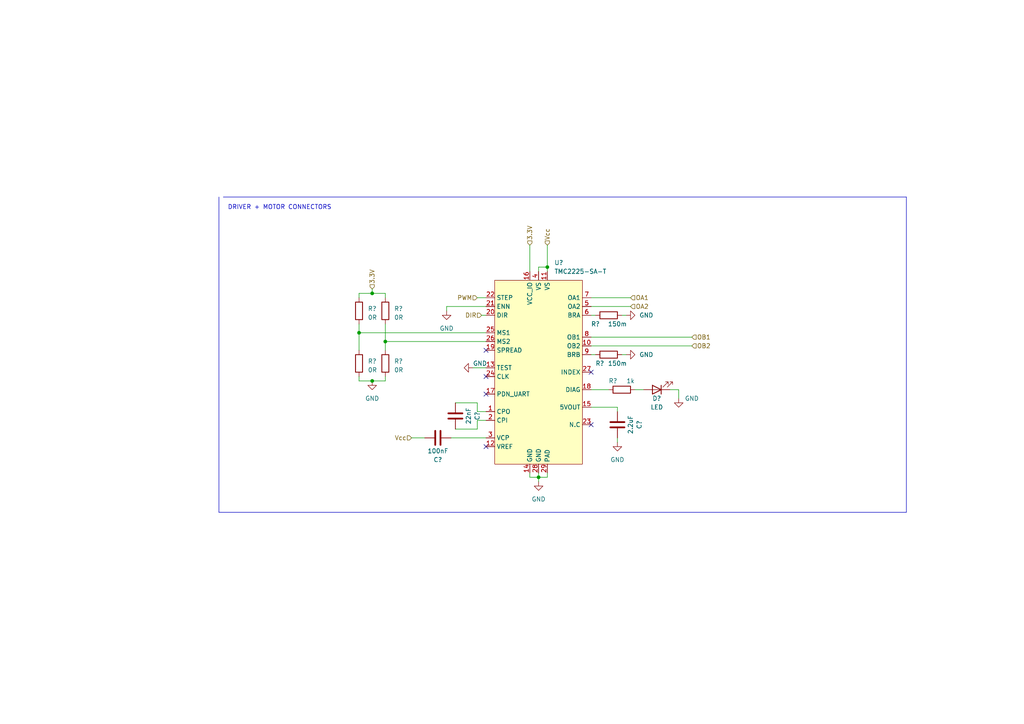
<source format=kicad_sch>
(kicad_sch
	(version 20231120)
	(generator "eeschema")
	(generator_version "8.0")
	(uuid "f94d9208-559e-4e80-a881-303802234389")
	(paper "A4")
	(lib_symbols
		(symbol "Custom_laptop:TMC2225-SA-T"
			(exclude_from_sim no)
			(in_bom yes)
			(on_board yes)
			(property "Reference" "U"
				(at -11.43 25.4 0)
				(effects
					(font
						(size 1.27 1.27)
					)
				)
			)
			(property "Value" "TMC2225-SA-T"
				(at -13.97 -31.75 0)
				(effects
					(font
						(size 1.27 1.27)
					)
				)
			)
			(property "Footprint" ""
				(at -3.81 16.51 0)
				(effects
					(font
						(size 1.27 1.27)
					)
					(hide yes)
				)
			)
			(property "Datasheet" ""
				(at -3.81 16.51 0)
				(effects
					(font
						(size 1.27 1.27)
					)
					(hide yes)
				)
			)
			(property "Description" ""
				(at 0 0 0)
				(effects
					(font
						(size 1.27 1.27)
					)
					(hide yes)
				)
			)
			(symbol "TMC2225-SA-T_0_1"
				(rectangle
					(start -12.7 24.13)
					(end 12.7 -29.21)
					(stroke
						(width 0)
						(type default)
					)
					(fill
						(type background)
					)
				)
			)
			(symbol "TMC2225-SA-T_1_1"
				(pin passive line
					(at -15.24 -13.97 0)
					(length 2.54)
					(name "CPO"
						(effects
							(font
								(size 1.27 1.27)
							)
						)
					)
					(number "1"
						(effects
							(font
								(size 1.27 1.27)
							)
						)
					)
				)
				(pin passive line
					(at 15.24 5.08 180)
					(length 2.54)
					(name "OB2"
						(effects
							(font
								(size 1.27 1.27)
							)
						)
					)
					(number "10"
						(effects
							(font
								(size 1.27 1.27)
							)
						)
					)
				)
				(pin power_in line
					(at 2.54 26.67 270)
					(length 2.54)
					(name "VS"
						(effects
							(font
								(size 1.27 1.27)
							)
						)
					)
					(number "11"
						(effects
							(font
								(size 1.27 1.27)
							)
						)
					)
				)
				(pin passive line
					(at -15.24 -24.13 0)
					(length 2.54)
					(name "VREF"
						(effects
							(font
								(size 1.27 1.27)
							)
						)
					)
					(number "12"
						(effects
							(font
								(size 1.27 1.27)
							)
						)
					)
				)
				(pin passive line
					(at -15.24 -1.27 0)
					(length 2.54)
					(name "TEST"
						(effects
							(font
								(size 1.27 1.27)
							)
						)
					)
					(number "13"
						(effects
							(font
								(size 1.27 1.27)
							)
						)
					)
				)
				(pin power_in line
					(at -2.54 -31.75 90)
					(length 2.54)
					(name "GND"
						(effects
							(font
								(size 1.27 1.27)
							)
						)
					)
					(number "14"
						(effects
							(font
								(size 1.27 1.27)
							)
						)
					)
				)
				(pin passive line
					(at 15.24 -12.7 180)
					(length 2.54)
					(name "5VOUT"
						(effects
							(font
								(size 1.27 1.27)
							)
						)
					)
					(number "15"
						(effects
							(font
								(size 1.27 1.27)
							)
						)
					)
				)
				(pin power_in line
					(at -2.54 26.67 270)
					(length 2.54)
					(name "VCC_IO"
						(effects
							(font
								(size 1.27 1.27)
							)
						)
					)
					(number "16"
						(effects
							(font
								(size 1.27 1.27)
							)
						)
					)
				)
				(pin passive line
					(at -15.24 -8.89 0)
					(length 2.54)
					(name "PDN_UART"
						(effects
							(font
								(size 1.27 1.27)
							)
						)
					)
					(number "17"
						(effects
							(font
								(size 1.27 1.27)
							)
						)
					)
				)
				(pin passive line
					(at 15.24 -7.62 180)
					(length 2.54)
					(name "DIAG"
						(effects
							(font
								(size 1.27 1.27)
							)
						)
					)
					(number "18"
						(effects
							(font
								(size 1.27 1.27)
							)
						)
					)
				)
				(pin passive line
					(at -15.24 3.81 0)
					(length 2.54)
					(name "SPREAD"
						(effects
							(font
								(size 1.27 1.27)
							)
						)
					)
					(number "19"
						(effects
							(font
								(size 1.27 1.27)
							)
						)
					)
				)
				(pin passive line
					(at -15.24 -16.51 0)
					(length 2.54)
					(name "CPI"
						(effects
							(font
								(size 1.27 1.27)
							)
						)
					)
					(number "2"
						(effects
							(font
								(size 1.27 1.27)
							)
						)
					)
				)
				(pin passive line
					(at -15.24 13.97 0)
					(length 2.54)
					(name "DIR"
						(effects
							(font
								(size 1.27 1.27)
							)
						)
					)
					(number "20"
						(effects
							(font
								(size 1.27 1.27)
							)
						)
					)
				)
				(pin passive line
					(at -15.24 16.51 0)
					(length 2.54)
					(name "ENN"
						(effects
							(font
								(size 1.27 1.27)
							)
						)
					)
					(number "21"
						(effects
							(font
								(size 1.27 1.27)
							)
						)
					)
				)
				(pin passive line
					(at -15.24 19.05 0)
					(length 2.54)
					(name "STEP"
						(effects
							(font
								(size 1.27 1.27)
							)
						)
					)
					(number "22"
						(effects
							(font
								(size 1.27 1.27)
							)
						)
					)
				)
				(pin passive line
					(at 15.24 -17.78 180)
					(length 2.54)
					(name "N.C"
						(effects
							(font
								(size 1.27 1.27)
							)
						)
					)
					(number "23"
						(effects
							(font
								(size 1.27 1.27)
							)
						)
					)
				)
				(pin passive line
					(at -15.24 -3.81 0)
					(length 2.54)
					(name "CLK"
						(effects
							(font
								(size 1.27 1.27)
							)
						)
					)
					(number "24"
						(effects
							(font
								(size 1.27 1.27)
							)
						)
					)
				)
				(pin passive line
					(at -15.24 8.89 0)
					(length 2.54)
					(name "MS1"
						(effects
							(font
								(size 1.27 1.27)
							)
						)
					)
					(number "25"
						(effects
							(font
								(size 1.27 1.27)
							)
						)
					)
				)
				(pin passive line
					(at -15.24 6.35 0)
					(length 2.54)
					(name "MS2"
						(effects
							(font
								(size 1.27 1.27)
							)
						)
					)
					(number "26"
						(effects
							(font
								(size 1.27 1.27)
							)
						)
					)
				)
				(pin passive line
					(at 15.24 -2.54 180)
					(length 2.54)
					(name "INDEX"
						(effects
							(font
								(size 1.27 1.27)
							)
						)
					)
					(number "27"
						(effects
							(font
								(size 1.27 1.27)
							)
						)
					)
				)
				(pin power_in line
					(at 0 -31.75 90)
					(length 2.54)
					(name "GND"
						(effects
							(font
								(size 1.27 1.27)
							)
						)
					)
					(number "28"
						(effects
							(font
								(size 1.27 1.27)
							)
						)
					)
				)
				(pin power_in line
					(at 2.54 -31.75 90)
					(length 2.54)
					(name "PAD"
						(effects
							(font
								(size 1.27 1.27)
							)
						)
					)
					(number "29"
						(effects
							(font
								(size 1.27 1.27)
							)
						)
					)
				)
				(pin passive line
					(at -15.24 -21.59 0)
					(length 2.54)
					(name "VCP"
						(effects
							(font
								(size 1.27 1.27)
							)
						)
					)
					(number "3"
						(effects
							(font
								(size 1.27 1.27)
							)
						)
					)
				)
				(pin power_in line
					(at 0 26.67 270)
					(length 2.54)
					(name "VS"
						(effects
							(font
								(size 1.27 1.27)
							)
						)
					)
					(number "4"
						(effects
							(font
								(size 1.27 1.27)
							)
						)
					)
				)
				(pin passive line
					(at 15.24 16.51 180)
					(length 2.54)
					(name "OA2"
						(effects
							(font
								(size 1.27 1.27)
							)
						)
					)
					(number "5"
						(effects
							(font
								(size 1.27 1.27)
							)
						)
					)
				)
				(pin passive line
					(at 15.24 13.97 180)
					(length 2.54)
					(name "BRA"
						(effects
							(font
								(size 1.27 1.27)
							)
						)
					)
					(number "6"
						(effects
							(font
								(size 1.27 1.27)
							)
						)
					)
				)
				(pin passive line
					(at 15.24 19.05 180)
					(length 2.54)
					(name "OA1"
						(effects
							(font
								(size 1.27 1.27)
							)
						)
					)
					(number "7"
						(effects
							(font
								(size 1.27 1.27)
							)
						)
					)
				)
				(pin passive line
					(at 15.24 7.62 180)
					(length 2.54)
					(name "OB1"
						(effects
							(font
								(size 1.27 1.27)
							)
						)
					)
					(number "8"
						(effects
							(font
								(size 1.27 1.27)
							)
						)
					)
				)
				(pin passive line
					(at 15.24 2.54 180)
					(length 2.54)
					(name "BRB"
						(effects
							(font
								(size 1.27 1.27)
							)
						)
					)
					(number "9"
						(effects
							(font
								(size 1.27 1.27)
							)
						)
					)
				)
			)
		)
		(symbol "Device:C"
			(pin_numbers hide)
			(pin_names
				(offset 0.254)
			)
			(exclude_from_sim no)
			(in_bom yes)
			(on_board yes)
			(property "Reference" "C"
				(at 0.635 2.54 0)
				(effects
					(font
						(size 1.27 1.27)
					)
					(justify left)
				)
			)
			(property "Value" "C"
				(at 0.635 -2.54 0)
				(effects
					(font
						(size 1.27 1.27)
					)
					(justify left)
				)
			)
			(property "Footprint" ""
				(at 0.9652 -3.81 0)
				(effects
					(font
						(size 1.27 1.27)
					)
					(hide yes)
				)
			)
			(property "Datasheet" "~"
				(at 0 0 0)
				(effects
					(font
						(size 1.27 1.27)
					)
					(hide yes)
				)
			)
			(property "Description" "Unpolarized capacitor"
				(at 0 0 0)
				(effects
					(font
						(size 1.27 1.27)
					)
					(hide yes)
				)
			)
			(property "ki_keywords" "cap capacitor"
				(at 0 0 0)
				(effects
					(font
						(size 1.27 1.27)
					)
					(hide yes)
				)
			)
			(property "ki_fp_filters" "C_*"
				(at 0 0 0)
				(effects
					(font
						(size 1.27 1.27)
					)
					(hide yes)
				)
			)
			(symbol "C_0_1"
				(polyline
					(pts
						(xy -2.032 -0.762) (xy 2.032 -0.762)
					)
					(stroke
						(width 0.508)
						(type default)
					)
					(fill
						(type none)
					)
				)
				(polyline
					(pts
						(xy -2.032 0.762) (xy 2.032 0.762)
					)
					(stroke
						(width 0.508)
						(type default)
					)
					(fill
						(type none)
					)
				)
			)
			(symbol "C_1_1"
				(pin passive line
					(at 0 3.81 270)
					(length 2.794)
					(name "~"
						(effects
							(font
								(size 1.27 1.27)
							)
						)
					)
					(number "1"
						(effects
							(font
								(size 1.27 1.27)
							)
						)
					)
				)
				(pin passive line
					(at 0 -3.81 90)
					(length 2.794)
					(name "~"
						(effects
							(font
								(size 1.27 1.27)
							)
						)
					)
					(number "2"
						(effects
							(font
								(size 1.27 1.27)
							)
						)
					)
				)
			)
		)
		(symbol "Device:LED"
			(pin_numbers hide)
			(pin_names
				(offset 1.016) hide)
			(exclude_from_sim no)
			(in_bom yes)
			(on_board yes)
			(property "Reference" "D"
				(at 0 2.54 0)
				(effects
					(font
						(size 1.27 1.27)
					)
				)
			)
			(property "Value" "LED"
				(at 0 -2.54 0)
				(effects
					(font
						(size 1.27 1.27)
					)
				)
			)
			(property "Footprint" ""
				(at 0 0 0)
				(effects
					(font
						(size 1.27 1.27)
					)
					(hide yes)
				)
			)
			(property "Datasheet" "~"
				(at 0 0 0)
				(effects
					(font
						(size 1.27 1.27)
					)
					(hide yes)
				)
			)
			(property "Description" "Light emitting diode"
				(at 0 0 0)
				(effects
					(font
						(size 1.27 1.27)
					)
					(hide yes)
				)
			)
			(property "ki_keywords" "LED diode"
				(at 0 0 0)
				(effects
					(font
						(size 1.27 1.27)
					)
					(hide yes)
				)
			)
			(property "ki_fp_filters" "LED* LED_SMD:* LED_THT:*"
				(at 0 0 0)
				(effects
					(font
						(size 1.27 1.27)
					)
					(hide yes)
				)
			)
			(symbol "LED_0_1"
				(polyline
					(pts
						(xy -1.27 -1.27) (xy -1.27 1.27)
					)
					(stroke
						(width 0.254)
						(type default)
					)
					(fill
						(type none)
					)
				)
				(polyline
					(pts
						(xy -1.27 0) (xy 1.27 0)
					)
					(stroke
						(width 0)
						(type default)
					)
					(fill
						(type none)
					)
				)
				(polyline
					(pts
						(xy 1.27 -1.27) (xy 1.27 1.27) (xy -1.27 0) (xy 1.27 -1.27)
					)
					(stroke
						(width 0.254)
						(type default)
					)
					(fill
						(type none)
					)
				)
				(polyline
					(pts
						(xy -3.048 -0.762) (xy -4.572 -2.286) (xy -3.81 -2.286) (xy -4.572 -2.286) (xy -4.572 -1.524)
					)
					(stroke
						(width 0)
						(type default)
					)
					(fill
						(type none)
					)
				)
				(polyline
					(pts
						(xy -1.778 -0.762) (xy -3.302 -2.286) (xy -2.54 -2.286) (xy -3.302 -2.286) (xy -3.302 -1.524)
					)
					(stroke
						(width 0)
						(type default)
					)
					(fill
						(type none)
					)
				)
			)
			(symbol "LED_1_1"
				(pin passive line
					(at -3.81 0 0)
					(length 2.54)
					(name "K"
						(effects
							(font
								(size 1.27 1.27)
							)
						)
					)
					(number "1"
						(effects
							(font
								(size 1.27 1.27)
							)
						)
					)
				)
				(pin passive line
					(at 3.81 0 180)
					(length 2.54)
					(name "A"
						(effects
							(font
								(size 1.27 1.27)
							)
						)
					)
					(number "2"
						(effects
							(font
								(size 1.27 1.27)
							)
						)
					)
				)
			)
		)
		(symbol "Device:R"
			(pin_numbers hide)
			(pin_names
				(offset 0)
			)
			(exclude_from_sim no)
			(in_bom yes)
			(on_board yes)
			(property "Reference" "R"
				(at 2.032 0 90)
				(effects
					(font
						(size 1.27 1.27)
					)
				)
			)
			(property "Value" "R"
				(at 0 0 90)
				(effects
					(font
						(size 1.27 1.27)
					)
				)
			)
			(property "Footprint" ""
				(at -1.778 0 90)
				(effects
					(font
						(size 1.27 1.27)
					)
					(hide yes)
				)
			)
			(property "Datasheet" "~"
				(at 0 0 0)
				(effects
					(font
						(size 1.27 1.27)
					)
					(hide yes)
				)
			)
			(property "Description" "Resistor"
				(at 0 0 0)
				(effects
					(font
						(size 1.27 1.27)
					)
					(hide yes)
				)
			)
			(property "ki_keywords" "R res resistor"
				(at 0 0 0)
				(effects
					(font
						(size 1.27 1.27)
					)
					(hide yes)
				)
			)
			(property "ki_fp_filters" "R_*"
				(at 0 0 0)
				(effects
					(font
						(size 1.27 1.27)
					)
					(hide yes)
				)
			)
			(symbol "R_0_1"
				(rectangle
					(start -1.016 -2.54)
					(end 1.016 2.54)
					(stroke
						(width 0.254)
						(type default)
					)
					(fill
						(type none)
					)
				)
			)
			(symbol "R_1_1"
				(pin passive line
					(at 0 3.81 270)
					(length 1.27)
					(name "~"
						(effects
							(font
								(size 1.27 1.27)
							)
						)
					)
					(number "1"
						(effects
							(font
								(size 1.27 1.27)
							)
						)
					)
				)
				(pin passive line
					(at 0 -3.81 90)
					(length 1.27)
					(name "~"
						(effects
							(font
								(size 1.27 1.27)
							)
						)
					)
					(number "2"
						(effects
							(font
								(size 1.27 1.27)
							)
						)
					)
				)
			)
		)
		(symbol "power:GND"
			(power)
			(pin_names
				(offset 0)
			)
			(exclude_from_sim no)
			(in_bom yes)
			(on_board yes)
			(property "Reference" "#PWR"
				(at 0 -6.35 0)
				(effects
					(font
						(size 1.27 1.27)
					)
					(hide yes)
				)
			)
			(property "Value" "GND"
				(at 0 -3.81 0)
				(effects
					(font
						(size 1.27 1.27)
					)
				)
			)
			(property "Footprint" ""
				(at 0 0 0)
				(effects
					(font
						(size 1.27 1.27)
					)
					(hide yes)
				)
			)
			(property "Datasheet" ""
				(at 0 0 0)
				(effects
					(font
						(size 1.27 1.27)
					)
					(hide yes)
				)
			)
			(property "Description" "Power symbol creates a global label with name \"GND\" , ground"
				(at 0 0 0)
				(effects
					(font
						(size 1.27 1.27)
					)
					(hide yes)
				)
			)
			(property "ki_keywords" "global power"
				(at 0 0 0)
				(effects
					(font
						(size 1.27 1.27)
					)
					(hide yes)
				)
			)
			(symbol "GND_0_1"
				(polyline
					(pts
						(xy 0 0) (xy 0 -1.27) (xy 1.27 -1.27) (xy 0 -2.54) (xy -1.27 -1.27) (xy 0 -1.27)
					)
					(stroke
						(width 0)
						(type default)
					)
					(fill
						(type none)
					)
				)
			)
			(symbol "GND_1_1"
				(pin power_in line
					(at 0 0 270)
					(length 0) hide
					(name "GND"
						(effects
							(font
								(size 1.27 1.27)
							)
						)
					)
					(number "1"
						(effects
							(font
								(size 1.27 1.27)
							)
						)
					)
				)
			)
		)
	)
	(junction
		(at 111.76 99.06)
		(diameter 0)
		(color 0 0 0 0)
		(uuid "2c2163f7-161d-412c-8359-143169cb0182")
	)
	(junction
		(at 158.75 77.47)
		(diameter 0)
		(color 0 0 0 0)
		(uuid "7bccfb04-950d-4a0a-80dc-72474d195e97")
	)
	(junction
		(at 156.21 138.43)
		(diameter 0)
		(color 0 0 0 0)
		(uuid "7ec19647-aade-46a5-a001-956b4740d744")
	)
	(junction
		(at 104.14 96.52)
		(diameter 0)
		(color 0 0 0 0)
		(uuid "98dad0bb-333a-4333-a992-5680c661093e")
	)
	(junction
		(at 107.95 85.09)
		(diameter 0)
		(color 0 0 0 0)
		(uuid "bcc93f01-d661-4a5b-87a5-3c57dfdf0cfb")
	)
	(junction
		(at 107.95 110.49)
		(diameter 0)
		(color 0 0 0 0)
		(uuid "d6aa65a0-c8c8-4608-b6b2-ff44a27510bf")
	)
	(no_connect
		(at 171.45 107.95)
		(uuid "20bf91f6-52ba-4438-b701-7c975decc2cd")
	)
	(no_connect
		(at 140.97 109.22)
		(uuid "244a558f-18f3-43a6-90e9-cfc9eed87a48")
	)
	(no_connect
		(at 140.97 114.3)
		(uuid "979a6a20-4cae-4576-b9d8-48b6975e0702")
	)
	(no_connect
		(at 171.45 123.19)
		(uuid "beac491c-e098-47d5-af28-2ade83ead9f0")
	)
	(no_connect
		(at 140.97 101.6)
		(uuid "f243a732-cf2d-40d5-bb04-c434564940e2")
	)
	(no_connect
		(at 140.97 129.54)
		(uuid "f24f3613-bf4d-4a56-9696-842339069334")
	)
	(wire
		(pts
			(xy 104.14 86.36) (xy 104.14 85.09)
		)
		(stroke
			(width 0)
			(type default)
		)
		(uuid "0076f05a-ad2e-4430-9f65-7e0adba14f3c")
	)
	(wire
		(pts
			(xy 171.45 100.33) (xy 200.66 100.33)
		)
		(stroke
			(width 0)
			(type default)
		)
		(uuid "0405f42d-1f32-4af4-8e4f-930e8e39a8d0")
	)
	(wire
		(pts
			(xy 139.7 91.44) (xy 140.97 91.44)
		)
		(stroke
			(width 0)
			(type default)
		)
		(uuid "048be32f-0fe4-45e9-b013-861e451d9abd")
	)
	(wire
		(pts
			(xy 138.43 119.38) (xy 140.97 119.38)
		)
		(stroke
			(width 0)
			(type default)
		)
		(uuid "092e83c1-1b6b-4d5f-9ac1-4de0df43c150")
	)
	(wire
		(pts
			(xy 179.07 118.11) (xy 179.07 119.38)
		)
		(stroke
			(width 0)
			(type default)
		)
		(uuid "0aa75963-445d-437d-a753-fecb6fbdf3a0")
	)
	(polyline
		(pts
			(xy 63.5 57.15) (xy 63.5 148.59)
		)
		(stroke
			(width 0)
			(type default)
		)
		(uuid "139176b8-68cc-4b69-8de5-09a17e9c66ac")
	)
	(wire
		(pts
			(xy 156.21 138.43) (xy 158.75 138.43)
		)
		(stroke
			(width 0)
			(type default)
		)
		(uuid "1c047c6c-fa32-4a22-9728-93d14c754c28")
	)
	(wire
		(pts
			(xy 104.14 109.22) (xy 104.14 110.49)
		)
		(stroke
			(width 0)
			(type default)
		)
		(uuid "262f85e1-25ca-4361-b1c4-a22bcaa8f8a7")
	)
	(wire
		(pts
			(xy 104.14 110.49) (xy 107.95 110.49)
		)
		(stroke
			(width 0)
			(type default)
		)
		(uuid "35afd146-a42a-4c0a-8409-829ef5212f07")
	)
	(wire
		(pts
			(xy 156.21 138.43) (xy 156.21 139.7)
		)
		(stroke
			(width 0)
			(type default)
		)
		(uuid "405c5af7-2a4c-4bc6-83a4-a8d4544743ff")
	)
	(wire
		(pts
			(xy 111.76 93.98) (xy 111.76 99.06)
		)
		(stroke
			(width 0)
			(type default)
		)
		(uuid "480ef1f5-b993-4993-8fb9-befa3c114933")
	)
	(wire
		(pts
			(xy 130.81 127) (xy 140.97 127)
		)
		(stroke
			(width 0)
			(type default)
		)
		(uuid "4a39dad2-a5ac-41ac-8dca-4875d4c7f05f")
	)
	(wire
		(pts
			(xy 104.14 93.98) (xy 104.14 96.52)
		)
		(stroke
			(width 0)
			(type default)
		)
		(uuid "626a58e8-cbbf-49c9-a6db-c6e33c8a35a0")
	)
	(wire
		(pts
			(xy 119.38 127) (xy 123.19 127)
		)
		(stroke
			(width 0)
			(type default)
		)
		(uuid "703522f1-a850-4e6a-81e0-81f1479d4ec0")
	)
	(wire
		(pts
			(xy 104.14 85.09) (xy 107.95 85.09)
		)
		(stroke
			(width 0)
			(type default)
		)
		(uuid "70f84ee6-070d-479c-b01b-bc104f221a72")
	)
	(wire
		(pts
			(xy 111.76 85.09) (xy 111.76 86.36)
		)
		(stroke
			(width 0)
			(type default)
		)
		(uuid "735ddf4f-1a2c-4be8-b783-b7311a6cf578")
	)
	(wire
		(pts
			(xy 138.43 116.84) (xy 138.43 119.38)
		)
		(stroke
			(width 0)
			(type default)
		)
		(uuid "7658c4c8-f592-4e68-bccd-cb88b5c729e3")
	)
	(wire
		(pts
			(xy 156.21 77.47) (xy 158.75 77.47)
		)
		(stroke
			(width 0)
			(type default)
		)
		(uuid "77809537-7d1a-418f-90a1-2aa8a24974b9")
	)
	(wire
		(pts
			(xy 111.76 99.06) (xy 140.97 99.06)
		)
		(stroke
			(width 0)
			(type default)
		)
		(uuid "802bd469-c1ad-47ca-b39f-d7f239e68759")
	)
	(wire
		(pts
			(xy 107.95 85.09) (xy 111.76 85.09)
		)
		(stroke
			(width 0)
			(type default)
		)
		(uuid "87e15c6c-7379-455f-86f3-31591aa82cc6")
	)
	(wire
		(pts
			(xy 179.07 118.11) (xy 171.45 118.11)
		)
		(stroke
			(width 0)
			(type default)
		)
		(uuid "886ae25b-6462-4dd7-8b96-ad7c19222ecc")
	)
	(wire
		(pts
			(xy 107.95 83.82) (xy 107.95 85.09)
		)
		(stroke
			(width 0)
			(type default)
		)
		(uuid "89ad1c94-7198-4115-996e-d5b2255d5ad6")
	)
	(wire
		(pts
			(xy 132.08 124.46) (xy 138.43 124.46)
		)
		(stroke
			(width 0)
			(type default)
		)
		(uuid "8eca83ce-f803-45eb-8939-fb47a50f786a")
	)
	(wire
		(pts
			(xy 180.34 91.44) (xy 181.61 91.44)
		)
		(stroke
			(width 0)
			(type default)
		)
		(uuid "917ce7fb-ec99-421a-9a6c-66fb70d60022")
	)
	(polyline
		(pts
			(xy 64.77 57.15) (xy 262.89 57.15)
		)
		(stroke
			(width 0)
			(type default)
		)
		(uuid "931a1d09-762a-4223-9f09-926c0a5a56f0")
	)
	(polyline
		(pts
			(xy 262.89 57.15) (xy 262.89 148.59)
		)
		(stroke
			(width 0)
			(type default)
		)
		(uuid "9dea5efb-c502-4158-bd61-2a24d0adae77")
	)
	(wire
		(pts
			(xy 171.45 113.03) (xy 176.53 113.03)
		)
		(stroke
			(width 0)
			(type default)
		)
		(uuid "9fbbe802-ddc8-4ff9-b8db-04bbda4196c4")
	)
	(polyline
		(pts
			(xy 262.89 148.59) (xy 63.5 148.59)
		)
		(stroke
			(width 0)
			(type default)
		)
		(uuid "a2b54b71-2e85-4756-bad8-160308586f19")
	)
	(wire
		(pts
			(xy 171.45 97.79) (xy 200.66 97.79)
		)
		(stroke
			(width 0)
			(type default)
		)
		(uuid "a5163bd5-2bee-44b9-b333-44e7bb552936")
	)
	(wire
		(pts
			(xy 171.45 86.36) (xy 182.88 86.36)
		)
		(stroke
			(width 0)
			(type default)
		)
		(uuid "a6de4f11-55b7-46eb-bb6f-64cf0f367592")
	)
	(wire
		(pts
			(xy 111.76 109.22) (xy 111.76 110.49)
		)
		(stroke
			(width 0)
			(type default)
		)
		(uuid "af7088dc-92dd-4d75-9e8f-c7f0a92999df")
	)
	(wire
		(pts
			(xy 153.67 71.12) (xy 153.67 78.74)
		)
		(stroke
			(width 0)
			(type default)
		)
		(uuid "b1238892-4c92-4e4c-b927-dec0abc3ce68")
	)
	(wire
		(pts
			(xy 156.21 137.16) (xy 156.21 138.43)
		)
		(stroke
			(width 0)
			(type default)
		)
		(uuid "b2242085-efea-4dc5-add1-19c82ddeb446")
	)
	(wire
		(pts
			(xy 129.54 90.17) (xy 129.54 88.9)
		)
		(stroke
			(width 0)
			(type default)
		)
		(uuid "b74e6b95-096d-4329-b20c-863f4d991a6a")
	)
	(wire
		(pts
			(xy 171.45 88.9) (xy 182.88 88.9)
		)
		(stroke
			(width 0)
			(type default)
		)
		(uuid "b85b3e3b-f17f-4b12-95d1-c05abc83f329")
	)
	(wire
		(pts
			(xy 132.08 116.84) (xy 138.43 116.84)
		)
		(stroke
			(width 0)
			(type default)
		)
		(uuid "c1a6284d-7957-4833-8567-a8f8a65a8f49")
	)
	(wire
		(pts
			(xy 196.85 115.57) (xy 196.85 113.03)
		)
		(stroke
			(width 0)
			(type default)
		)
		(uuid "c343d182-38a5-49df-a386-150b06528fc6")
	)
	(wire
		(pts
			(xy 158.75 71.12) (xy 158.75 77.47)
		)
		(stroke
			(width 0)
			(type default)
		)
		(uuid "c7642a03-0622-49a0-885e-0b19cd09cb26")
	)
	(wire
		(pts
			(xy 196.85 113.03) (xy 194.31 113.03)
		)
		(stroke
			(width 0)
			(type default)
		)
		(uuid "c79ab988-7a0e-4802-9075-9f326069a7b5")
	)
	(wire
		(pts
			(xy 138.43 121.92) (xy 140.97 121.92)
		)
		(stroke
			(width 0)
			(type default)
		)
		(uuid "cb0748a1-662a-47be-bce3-d304e82f6e93")
	)
	(wire
		(pts
			(xy 156.21 78.74) (xy 156.21 77.47)
		)
		(stroke
			(width 0)
			(type default)
		)
		(uuid "cb409bee-312b-4134-b5f7-8b479ffccd7f")
	)
	(wire
		(pts
			(xy 111.76 99.06) (xy 111.76 101.6)
		)
		(stroke
			(width 0)
			(type default)
		)
		(uuid "cbdd629e-217b-49f8-92ad-900de7dfacb9")
	)
	(wire
		(pts
			(xy 107.95 110.49) (xy 111.76 110.49)
		)
		(stroke
			(width 0)
			(type default)
		)
		(uuid "d42d43c2-f32e-418a-ba4f-7acff1d2052a")
	)
	(wire
		(pts
			(xy 129.54 88.9) (xy 140.97 88.9)
		)
		(stroke
			(width 0)
			(type default)
		)
		(uuid "d6341c23-74d1-48b2-b6f5-52140a94a50a")
	)
	(wire
		(pts
			(xy 153.67 138.43) (xy 156.21 138.43)
		)
		(stroke
			(width 0)
			(type default)
		)
		(uuid "d691ac35-8baa-480a-a8a8-83b78c0781d1")
	)
	(wire
		(pts
			(xy 158.75 137.16) (xy 158.75 138.43)
		)
		(stroke
			(width 0)
			(type default)
		)
		(uuid "d7b1a61b-35dd-4635-858d-42d55266540b")
	)
	(wire
		(pts
			(xy 158.75 77.47) (xy 158.75 78.74)
		)
		(stroke
			(width 0)
			(type default)
		)
		(uuid "dac1611c-fe9c-4c0b-b645-14939e3569ae")
	)
	(wire
		(pts
			(xy 171.45 102.87) (xy 172.72 102.87)
		)
		(stroke
			(width 0)
			(type default)
		)
		(uuid "dd7d15c0-9846-4ae8-b220-1ac8f1a3ad95")
	)
	(wire
		(pts
			(xy 104.14 96.52) (xy 140.97 96.52)
		)
		(stroke
			(width 0)
			(type default)
		)
		(uuid "de9c2fdc-38cd-4a50-b4ae-054bbcffa82c")
	)
	(wire
		(pts
			(xy 138.43 86.36) (xy 140.97 86.36)
		)
		(stroke
			(width 0)
			(type default)
		)
		(uuid "e522b076-affb-4bb4-a8d1-191e0f176fb4")
	)
	(wire
		(pts
			(xy 180.34 102.87) (xy 181.61 102.87)
		)
		(stroke
			(width 0)
			(type default)
		)
		(uuid "ea060b7a-b67a-4aeb-8ffe-f931179856f7")
	)
	(wire
		(pts
			(xy 138.43 124.46) (xy 138.43 121.92)
		)
		(stroke
			(width 0)
			(type default)
		)
		(uuid "ea07f079-de25-4b79-93db-ba21aebb7eb9")
	)
	(wire
		(pts
			(xy 184.15 113.03) (xy 186.69 113.03)
		)
		(stroke
			(width 0)
			(type default)
		)
		(uuid "f152355a-1620-491d-81a0-140b7b0075d6")
	)
	(wire
		(pts
			(xy 137.16 106.68) (xy 140.97 106.68)
		)
		(stroke
			(width 0)
			(type default)
		)
		(uuid "f22ca917-9c88-49bc-80ab-fc668e80e0c2")
	)
	(wire
		(pts
			(xy 104.14 96.52) (xy 104.14 101.6)
		)
		(stroke
			(width 0)
			(type default)
		)
		(uuid "f2c08486-6249-4385-bb2d-6da4e1bbfc40")
	)
	(wire
		(pts
			(xy 153.67 137.16) (xy 153.67 138.43)
		)
		(stroke
			(width 0)
			(type default)
		)
		(uuid "f9249d0c-3e79-49cb-a5d1-e7a2a0564152")
	)
	(wire
		(pts
			(xy 179.07 127) (xy 179.07 128.27)
		)
		(stroke
			(width 0)
			(type default)
		)
		(uuid "f976d152-60f9-4760-97d9-f1483accda3b")
	)
	(wire
		(pts
			(xy 171.45 91.44) (xy 172.72 91.44)
		)
		(stroke
			(width 0)
			(type default)
		)
		(uuid "fd50f4b7-09a0-4d5f-b19d-d99f0676793b")
	)
	(text "DRIVER + MOTOR CONNECTORS"
		(exclude_from_sim no)
		(at 66.04 60.96 0)
		(effects
			(font
				(size 1.27 1.27)
			)
			(justify left bottom)
		)
		(uuid "a726ca2c-95f6-4d2d-8e5e-6b2fa89bd215")
	)
	(hierarchical_label "OB2"
		(shape input)
		(at 200.66 100.33 0)
		(fields_autoplaced yes)
		(effects
			(font
				(size 1.27 1.27)
			)
			(justify left)
		)
		(uuid "04499728-a7c4-441e-9d7e-5a5044b21e73")
	)
	(hierarchical_label "3.3V"
		(shape input)
		(at 107.95 83.82 90)
		(fields_autoplaced yes)
		(effects
			(font
				(size 1.27 1.27)
			)
			(justify left)
		)
		(uuid "149ee152-6784-4fd4-b227-420031ed10c4")
	)
	(hierarchical_label "Vcc"
		(shape input)
		(at 158.75 71.12 90)
		(fields_autoplaced yes)
		(effects
			(font
				(size 1.27 1.27)
			)
			(justify left)
		)
		(uuid "23b11c74-5564-4996-bcb1-e4110cc24f6f")
	)
	(hierarchical_label "DIR"
		(shape input)
		(at 139.7 91.44 180)
		(fields_autoplaced yes)
		(effects
			(font
				(size 1.27 1.27)
			)
			(justify right)
		)
		(uuid "3af2be07-ab21-466d-9b4d-f847c35cea8d")
	)
	(hierarchical_label "OA1"
		(shape input)
		(at 182.88 86.36 0)
		(fields_autoplaced yes)
		(effects
			(font
				(size 1.27 1.27)
			)
			(justify left)
		)
		(uuid "7b1b8550-0d91-4e53-93e5-8858d5c4f5e3")
	)
	(hierarchical_label "OB1"
		(shape input)
		(at 200.66 97.79 0)
		(fields_autoplaced yes)
		(effects
			(font
				(size 1.27 1.27)
			)
			(justify left)
		)
		(uuid "81ce116f-d7a8-4f73-82cf-e10504f084c6")
	)
	(hierarchical_label "3.3V"
		(shape input)
		(at 153.67 71.12 90)
		(fields_autoplaced yes)
		(effects
			(font
				(size 1.27 1.27)
			)
			(justify left)
		)
		(uuid "8fb10e27-1f1e-4723-8593-1c1fb9de57c1")
	)
	(hierarchical_label "PWM"
		(shape input)
		(at 138.43 86.36 180)
		(fields_autoplaced yes)
		(effects
			(font
				(size 1.27 1.27)
			)
			(justify right)
		)
		(uuid "b2da71db-5a62-4f7d-b3a0-18fd827a5330")
	)
	(hierarchical_label "Vcc"
		(shape input)
		(at 119.38 127 180)
		(fields_autoplaced yes)
		(effects
			(font
				(size 1.27 1.27)
			)
			(justify right)
		)
		(uuid "d1754f43-eeb4-4d75-b1bb-85197f0559b5")
	)
	(hierarchical_label "OA2"
		(shape input)
		(at 182.88 88.9 0)
		(fields_autoplaced yes)
		(effects
			(font
				(size 1.27 1.27)
			)
			(justify left)
		)
		(uuid "f5a70b08-850f-4ac8-b020-1091db0a1f53")
	)
	(symbol
		(lib_id "Custom_laptop:TMC2225-SA-T")
		(at 156.21 105.41 0)
		(unit 1)
		(exclude_from_sim no)
		(in_bom yes)
		(on_board yes)
		(dnp no)
		(fields_autoplaced yes)
		(uuid "0197128c-b182-4dbc-92fb-19517eb2860f")
		(property "Reference" "U201"
			(at 160.7694 76.2 0)
			(effects
				(font
					(size 1.27 1.27)
				)
				(justify left)
			)
		)
		(property "Value" "TMC2225-SA-T"
			(at 160.7694 78.74 0)
			(effects
				(font
					(size 1.27 1.27)
				)
				(justify left)
			)
		)
		(property "Footprint" "Package_SO:HTSSOP-28-1EP_4.4x9.7mm_P0.65mm_EP2.85x5.4mm_ThermalVias"
			(at 152.4 88.9 0)
			(effects
				(font
					(size 1.27 1.27)
				)
				(hide yes)
			)
		)
		(property "Datasheet" ""
			(at 152.4 88.9 0)
			(effects
				(font
					(size 1.27 1.27)
				)
				(hide yes)
			)
		)
		(property "Description" ""
			(at 156.21 105.41 0)
			(effects
				(font
					(size 1.27 1.27)
				)
				(hide yes)
			)
		)
		(pin "1"
			(uuid "73a77a61-20b6-438a-9c32-07b6b943a004")
		)
		(pin "10"
			(uuid "39977d3c-cf75-4cda-ad64-409cf6bc8998")
		)
		(pin "11"
			(uuid "3ef70cab-adf1-4b69-b61e-4cf980abf7a8")
		)
		(pin "12"
			(uuid "50a6ba9f-26e6-4202-bae1-8a0547eb7c75")
		)
		(pin "13"
			(uuid "00e407df-664f-4830-9e3e-f2bda853b946")
		)
		(pin "14"
			(uuid "843eb4e2-290b-40e5-8e91-83ab0b06bf83")
		)
		(pin "15"
			(uuid "c2aa9510-42e1-4635-82c0-009f3e475e70")
		)
		(pin "16"
			(uuid "f0a1591d-af1c-49cf-b8d3-e59ffc6e803e")
		)
		(pin "17"
			(uuid "4cdb77fd-415e-452a-b0c8-8b3a81b4fe53")
		)
		(pin "18"
			(uuid "2dffc17d-caea-444b-bde5-0fbc26a3d3a5")
		)
		(pin "19"
			(uuid "b01b8d02-b3ae-41e5-a69f-e2b0bf168c1b")
		)
		(pin "2"
			(uuid "b6b51f0f-a41c-49e4-8cea-7dc0c7205180")
		)
		(pin "20"
			(uuid "d25ebebf-ade6-40ac-b5fe-6c8d992699cb")
		)
		(pin "21"
			(uuid "3ba05703-e1d9-475f-b1ad-89d642d28823")
		)
		(pin "22"
			(uuid "90025718-c36b-4e64-abd3-bd2c5e50e6cb")
		)
		(pin "23"
			(uuid "cc30ec64-951f-427a-8f31-1d89b24c9e96")
		)
		(pin "24"
			(uuid "98ca7421-deb9-4418-98c6-05fc8ad06406")
		)
		(pin "25"
			(uuid "59d29126-477a-4479-bd6c-bf72f219ddf8")
		)
		(pin "26"
			(uuid "6e0fdc6a-eaff-41f2-b877-43dce70d3aec")
		)
		(pin "27"
			(uuid "62b9cef5-564a-49bf-a33f-a436db775b48")
		)
		(pin "28"
			(uuid "1270f751-b9a8-4900-92a3-cc9a023ec0ba")
		)
		(pin "29"
			(uuid "5c67fb6e-3844-4270-91e0-41693398c641")
		)
		(pin "3"
			(uuid "9739d157-6762-4944-bd41-06388b871d7b")
		)
		(pin "4"
			(uuid "5a84950d-37fd-4c4e-a235-81e97809464d")
		)
		(pin "5"
			(uuid "206b38ec-4ad0-41ae-b6a7-5124a47278fb")
		)
		(pin "6"
			(uuid "3b348119-2da8-4b48-949f-e2d50caf8157")
		)
		(pin "7"
			(uuid "ac6dd2e6-b1f8-41dd-a862-40f4f1c5a393")
		)
		(pin "8"
			(uuid "a94f24ef-c70e-4190-995f-5dd3c02b6e2d")
		)
		(pin "9"
			(uuid "2f918692-6191-4450-a332-0a0894428064")
		)
		(instances
			(project "PAMI_mb"
				(path "/bb3e6145-6642-4de1-802f-741b252e53ea/a28b8add-1ed1-4780-b0a0-cc15581d2014"
					(reference "U201")
					(unit 1)
				)
				(path "/bb3e6145-6642-4de1-802f-741b252e53ea/0e3b4a17-dedf-4ef8-99bd-6617ca6e1a75"
					(reference "U301")
					(unit 1)
				)
			)
			(project "Stepper_Driver_TMC2225-SA-T"
				(path "/f94d9208-559e-4e80-a881-303802234389"
					(reference "U?")
					(unit 1)
				)
			)
		)
	)
	(symbol
		(lib_id "Device:R")
		(at 176.53 102.87 90)
		(unit 1)
		(exclude_from_sim no)
		(in_bom yes)
		(on_board yes)
		(dnp no)
		(uuid "0d5f7039-be92-426c-b6c2-83fb1f3cbe5e")
		(property "Reference" "R206"
			(at 173.99 105.41 90)
			(effects
				(font
					(size 1.27 1.27)
				)
			)
		)
		(property "Value" "150m"
			(at 179.07 105.41 90)
			(effects
				(font
					(size 1.27 1.27)
				)
			)
		)
		(property "Footprint" "Resistor_SMD:R_2512_6332Metric"
			(at 176.53 104.648 90)
			(effects
				(font
					(size 1.27 1.27)
				)
				(hide yes)
			)
		)
		(property "Datasheet" "~"
			(at 176.53 102.87 0)
			(effects
				(font
					(size 1.27 1.27)
				)
				(hide yes)
			)
		)
		(property "Description" ""
			(at 176.53 102.87 0)
			(effects
				(font
					(size 1.27 1.27)
				)
				(hide yes)
			)
		)
		(pin "1"
			(uuid "035bf459-4f00-4d12-b02b-07056d0eeca5")
		)
		(pin "2"
			(uuid "55cfe0a0-430b-4615-a0de-57e02f7f586f")
		)
		(instances
			(project "PAMI_mb"
				(path "/bb3e6145-6642-4de1-802f-741b252e53ea/a28b8add-1ed1-4780-b0a0-cc15581d2014"
					(reference "R206")
					(unit 1)
				)
				(path "/bb3e6145-6642-4de1-802f-741b252e53ea/0e3b4a17-dedf-4ef8-99bd-6617ca6e1a75"
					(reference "R306")
					(unit 1)
				)
			)
			(project "Stepper_Driver_TMC2225-SA-T"
				(path "/f94d9208-559e-4e80-a881-303802234389"
					(reference "R?")
					(unit 1)
				)
			)
		)
	)
	(symbol
		(lib_id "Device:R")
		(at 176.53 91.44 90)
		(unit 1)
		(exclude_from_sim no)
		(in_bom yes)
		(on_board yes)
		(dnp no)
		(uuid "114e77fa-79f0-44c6-a5af-ddcd10f2cb7c")
		(property "Reference" "R205"
			(at 172.72 93.98 90)
			(effects
				(font
					(size 1.27 1.27)
				)
			)
		)
		(property "Value" "150m"
			(at 179.07 93.98 90)
			(effects
				(font
					(size 1.27 1.27)
				)
			)
		)
		(property "Footprint" "Resistor_SMD:R_2512_6332Metric"
			(at 176.53 93.218 90)
			(effects
				(font
					(size 1.27 1.27)
				)
				(hide yes)
			)
		)
		(property "Datasheet" "~"
			(at 176.53 91.44 0)
			(effects
				(font
					(size 1.27 1.27)
				)
				(hide yes)
			)
		)
		(property "Description" ""
			(at 176.53 91.44 0)
			(effects
				(font
					(size 1.27 1.27)
				)
				(hide yes)
			)
		)
		(pin "1"
			(uuid "6434ea52-8149-49d7-ab1d-4549af29c81c")
		)
		(pin "2"
			(uuid "bcef27ba-f131-4ff8-bc4c-d9accefc29b9")
		)
		(instances
			(project "PAMI_mb"
				(path "/bb3e6145-6642-4de1-802f-741b252e53ea/a28b8add-1ed1-4780-b0a0-cc15581d2014"
					(reference "R205")
					(unit 1)
				)
				(path "/bb3e6145-6642-4de1-802f-741b252e53ea/0e3b4a17-dedf-4ef8-99bd-6617ca6e1a75"
					(reference "R305")
					(unit 1)
				)
			)
			(project "Stepper_Driver_TMC2225-SA-T"
				(path "/f94d9208-559e-4e80-a881-303802234389"
					(reference "R?")
					(unit 1)
				)
			)
		)
	)
	(symbol
		(lib_id "Device:LED")
		(at 190.5 113.03 180)
		(unit 1)
		(exclude_from_sim no)
		(in_bom yes)
		(on_board yes)
		(dnp no)
		(uuid "12f316ff-5d3a-4882-873f-f8a3ddb4d315")
		(property "Reference" "D201"
			(at 190.5 115.57 0)
			(effects
				(font
					(size 1.27 1.27)
				)
			)
		)
		(property "Value" "LED"
			(at 190.5 118.11 0)
			(effects
				(font
					(size 1.27 1.27)
				)
			)
		)
		(property "Footprint" "LED_SMD:LED_0603_1608Metric"
			(at 190.5 113.03 0)
			(effects
				(font
					(size 1.27 1.27)
				)
				(hide yes)
			)
		)
		(property "Datasheet" "~"
			(at 190.5 113.03 0)
			(effects
				(font
					(size 1.27 1.27)
				)
				(hide yes)
			)
		)
		(property "Description" ""
			(at 190.5 113.03 0)
			(effects
				(font
					(size 1.27 1.27)
				)
				(hide yes)
			)
		)
		(pin "1"
			(uuid "c5bfc39b-2f9c-4994-aa9e-34e3aaa6a530")
		)
		(pin "2"
			(uuid "3f23fb0d-b3a5-4536-acba-2e477c02e472")
		)
		(instances
			(project "PAMI_mb"
				(path "/bb3e6145-6642-4de1-802f-741b252e53ea/a28b8add-1ed1-4780-b0a0-cc15581d2014"
					(reference "D201")
					(unit 1)
				)
				(path "/bb3e6145-6642-4de1-802f-741b252e53ea/0e3b4a17-dedf-4ef8-99bd-6617ca6e1a75"
					(reference "D301")
					(unit 1)
				)
			)
			(project "Stepper_Driver_TMC2225-SA-T"
				(path "/f94d9208-559e-4e80-a881-303802234389"
					(reference "D?")
					(unit 1)
				)
			)
		)
	)
	(symbol
		(lib_id "power:GND")
		(at 181.61 91.44 90)
		(unit 1)
		(exclude_from_sim no)
		(in_bom yes)
		(on_board yes)
		(dnp no)
		(fields_autoplaced yes)
		(uuid "140464b3-78c9-478b-a49a-46140f39856f")
		(property "Reference" "#PWR0206"
			(at 187.96 91.44 0)
			(effects
				(font
					(size 1.27 1.27)
				)
				(hide yes)
			)
		)
		(property "Value" "GND"
			(at 185.42 91.4399 90)
			(effects
				(font
					(size 1.27 1.27)
				)
				(justify right)
			)
		)
		(property "Footprint" ""
			(at 181.61 91.44 0)
			(effects
				(font
					(size 1.27 1.27)
				)
				(hide yes)
			)
		)
		(property "Datasheet" ""
			(at 181.61 91.44 0)
			(effects
				(font
					(size 1.27 1.27)
				)
				(hide yes)
			)
		)
		(property "Description" ""
			(at 181.61 91.44 0)
			(effects
				(font
					(size 1.27 1.27)
				)
				(hide yes)
			)
		)
		(pin "1"
			(uuid "f99bda3e-dff4-445b-a4b7-a8dc06fd5831")
		)
		(instances
			(project "PAMI_mb"
				(path "/bb3e6145-6642-4de1-802f-741b252e53ea/a28b8add-1ed1-4780-b0a0-cc15581d2014"
					(reference "#PWR0206")
					(unit 1)
				)
				(path "/bb3e6145-6642-4de1-802f-741b252e53ea/0e3b4a17-dedf-4ef8-99bd-6617ca6e1a75"
					(reference "#PWR0306")
					(unit 1)
				)
			)
			(project "Stepper_Driver_TMC2225-SA-T"
				(path "/f94d9208-559e-4e80-a881-303802234389"
					(reference "#PWR?")
					(unit 1)
				)
			)
		)
	)
	(symbol
		(lib_id "Device:R")
		(at 180.34 113.03 270)
		(unit 1)
		(exclude_from_sim no)
		(in_bom yes)
		(on_board yes)
		(dnp no)
		(uuid "1b3138a0-61ca-4329-b994-99f6065c0429")
		(property "Reference" "R207"
			(at 177.8 110.49 90)
			(effects
				(font
					(size 1.27 1.27)
				)
			)
		)
		(property "Value" "1k"
			(at 182.88 110.49 90)
			(effects
				(font
					(size 1.27 1.27)
				)
			)
		)
		(property "Footprint" "Resistor_SMD:R_0402_1005Metric"
			(at 180.34 111.252 90)
			(effects
				(font
					(size 1.27 1.27)
				)
				(hide yes)
			)
		)
		(property "Datasheet" "~"
			(at 180.34 113.03 0)
			(effects
				(font
					(size 1.27 1.27)
				)
				(hide yes)
			)
		)
		(property "Description" ""
			(at 180.34 113.03 0)
			(effects
				(font
					(size 1.27 1.27)
				)
				(hide yes)
			)
		)
		(pin "1"
			(uuid "f7898c84-7b1b-4793-b41d-7bf150010d99")
		)
		(pin "2"
			(uuid "02895679-ebf3-431e-b968-d5d21804bcb9")
		)
		(instances
			(project "PAMI_mb"
				(path "/bb3e6145-6642-4de1-802f-741b252e53ea/a28b8add-1ed1-4780-b0a0-cc15581d2014"
					(reference "R207")
					(unit 1)
				)
				(path "/bb3e6145-6642-4de1-802f-741b252e53ea/0e3b4a17-dedf-4ef8-99bd-6617ca6e1a75"
					(reference "R307")
					(unit 1)
				)
			)
			(project "Stepper_Driver_TMC2225-SA-T"
				(path "/f94d9208-559e-4e80-a881-303802234389"
					(reference "R?")
					(unit 1)
				)
			)
		)
	)
	(symbol
		(lib_id "power:GND")
		(at 156.21 139.7 0)
		(unit 1)
		(exclude_from_sim no)
		(in_bom yes)
		(on_board yes)
		(dnp no)
		(fields_autoplaced yes)
		(uuid "2f2bf707-4804-4095-9c5a-aa1f48b88df2")
		(property "Reference" "#PWR0204"
			(at 156.21 146.05 0)
			(effects
				(font
					(size 1.27 1.27)
				)
				(hide yes)
			)
		)
		(property "Value" "GND"
			(at 156.21 144.78 0)
			(effects
				(font
					(size 1.27 1.27)
				)
			)
		)
		(property "Footprint" ""
			(at 156.21 139.7 0)
			(effects
				(font
					(size 1.27 1.27)
				)
				(hide yes)
			)
		)
		(property "Datasheet" ""
			(at 156.21 139.7 0)
			(effects
				(font
					(size 1.27 1.27)
				)
				(hide yes)
			)
		)
		(property "Description" ""
			(at 156.21 139.7 0)
			(effects
				(font
					(size 1.27 1.27)
				)
				(hide yes)
			)
		)
		(pin "1"
			(uuid "d74883b9-051b-4fdf-a2fc-44c2ba825c27")
		)
		(instances
			(project "PAMI_mb"
				(path "/bb3e6145-6642-4de1-802f-741b252e53ea/a28b8add-1ed1-4780-b0a0-cc15581d2014"
					(reference "#PWR0204")
					(unit 1)
				)
				(path "/bb3e6145-6642-4de1-802f-741b252e53ea/0e3b4a17-dedf-4ef8-99bd-6617ca6e1a75"
					(reference "#PWR0304")
					(unit 1)
				)
			)
			(project "Stepper_Driver_TMC2225-SA-T"
				(path "/f94d9208-559e-4e80-a881-303802234389"
					(reference "#PWR?")
					(unit 1)
				)
			)
		)
	)
	(symbol
		(lib_id "Device:C")
		(at 179.07 123.19 180)
		(unit 1)
		(exclude_from_sim no)
		(in_bom yes)
		(on_board yes)
		(dnp no)
		(uuid "2fb39ba7-f964-4c8d-838b-141b8771e500")
		(property "Reference" "C203"
			(at 185.42 123.19 90)
			(effects
				(font
					(size 1.27 1.27)
				)
			)
		)
		(property "Value" "2.2uF"
			(at 182.88 123.19 90)
			(effects
				(font
					(size 1.27 1.27)
				)
			)
		)
		(property "Footprint" "Capacitor_SMD:C_0402_1005Metric"
			(at 178.1048 119.38 0)
			(effects
				(font
					(size 1.27 1.27)
				)
				(hide yes)
			)
		)
		(property "Datasheet" "~"
			(at 179.07 123.19 0)
			(effects
				(font
					(size 1.27 1.27)
				)
				(hide yes)
			)
		)
		(property "Description" ""
			(at 179.07 123.19 0)
			(effects
				(font
					(size 1.27 1.27)
				)
				(hide yes)
			)
		)
		(pin "1"
			(uuid "b41b66c4-2d43-44a6-9ae2-19d68a5f9f82")
		)
		(pin "2"
			(uuid "1b4f2cac-4fb5-4662-a012-d51f00d88f66")
		)
		(instances
			(project "PAMI_mb"
				(path "/bb3e6145-6642-4de1-802f-741b252e53ea/a28b8add-1ed1-4780-b0a0-cc15581d2014"
					(reference "C203")
					(unit 1)
				)
				(path "/bb3e6145-6642-4de1-802f-741b252e53ea/0e3b4a17-dedf-4ef8-99bd-6617ca6e1a75"
					(reference "C303")
					(unit 1)
				)
			)
			(project "Stepper_Driver_TMC2225-SA-T"
				(path "/f94d9208-559e-4e80-a881-303802234389"
					(reference "C?")
					(unit 1)
				)
			)
		)
	)
	(symbol
		(lib_id "Device:R")
		(at 111.76 105.41 180)
		(unit 1)
		(exclude_from_sim no)
		(in_bom yes)
		(on_board yes)
		(dnp no)
		(fields_autoplaced yes)
		(uuid "3c0a4aa3-aa2b-4b18-b412-e0c2bb3167bd")
		(property "Reference" "R204"
			(at 114.3 104.775 0)
			(effects
				(font
					(size 1.27 1.27)
				)
				(justify right)
			)
		)
		(property "Value" "0R"
			(at 114.3 107.315 0)
			(effects
				(font
					(size 1.27 1.27)
				)
				(justify right)
			)
		)
		(property "Footprint" "Resistor_SMD:R_0402_1005Metric"
			(at 113.538 105.41 90)
			(effects
				(font
					(size 1.27 1.27)
				)
				(hide yes)
			)
		)
		(property "Datasheet" "~"
			(at 111.76 105.41 0)
			(effects
				(font
					(size 1.27 1.27)
				)
				(hide yes)
			)
		)
		(property "Description" ""
			(at 111.76 105.41 0)
			(effects
				(font
					(size 1.27 1.27)
				)
				(hide yes)
			)
		)
		(pin "1"
			(uuid "e8867b45-773b-4d34-a8d1-f3a830ffb23f")
		)
		(pin "2"
			(uuid "94d49f55-b6d0-4298-b773-dbe2a233b484")
		)
		(instances
			(project "PAMI_mb"
				(path "/bb3e6145-6642-4de1-802f-741b252e53ea/a28b8add-1ed1-4780-b0a0-cc15581d2014"
					(reference "R204")
					(unit 1)
				)
				(path "/bb3e6145-6642-4de1-802f-741b252e53ea/0e3b4a17-dedf-4ef8-99bd-6617ca6e1a75"
					(reference "R304")
					(unit 1)
				)
			)
			(project "Stepper_Driver_TMC2225-SA-T"
				(path "/f94d9208-559e-4e80-a881-303802234389"
					(reference "R?")
					(unit 1)
				)
			)
		)
	)
	(symbol
		(lib_id "Device:C")
		(at 132.08 120.65 180)
		(unit 1)
		(exclude_from_sim no)
		(in_bom yes)
		(on_board yes)
		(dnp no)
		(uuid "4ec260fa-8c2b-4b07-b3cb-7aac50fb62d9")
		(property "Reference" "C202"
			(at 138.43 120.65 90)
			(effects
				(font
					(size 1.27 1.27)
				)
			)
		)
		(property "Value" "22nF"
			(at 135.89 120.65 90)
			(effects
				(font
					(size 1.27 1.27)
				)
			)
		)
		(property "Footprint" "Capacitor_SMD:C_0402_1005Metric"
			(at 131.1148 116.84 0)
			(effects
				(font
					(size 1.27 1.27)
				)
				(hide yes)
			)
		)
		(property "Datasheet" "~"
			(at 132.08 120.65 0)
			(effects
				(font
					(size 1.27 1.27)
				)
				(hide yes)
			)
		)
		(property "Description" ""
			(at 132.08 120.65 0)
			(effects
				(font
					(size 1.27 1.27)
				)
				(hide yes)
			)
		)
		(pin "1"
			(uuid "65a65231-a4cf-483d-a6b8-757ef73bf3b1")
		)
		(pin "2"
			(uuid "e099b2ba-59e5-4229-ba4a-a0abb374e0d6")
		)
		(instances
			(project "PAMI_mb"
				(path "/bb3e6145-6642-4de1-802f-741b252e53ea/a28b8add-1ed1-4780-b0a0-cc15581d2014"
					(reference "C202")
					(unit 1)
				)
				(path "/bb3e6145-6642-4de1-802f-741b252e53ea/0e3b4a17-dedf-4ef8-99bd-6617ca6e1a75"
					(reference "C302")
					(unit 1)
				)
			)
			(project "Stepper_Driver_TMC2225-SA-T"
				(path "/f94d9208-559e-4e80-a881-303802234389"
					(reference "C?")
					(unit 1)
				)
			)
		)
	)
	(symbol
		(lib_id "power:GND")
		(at 179.07 128.27 0)
		(unit 1)
		(exclude_from_sim no)
		(in_bom yes)
		(on_board yes)
		(dnp no)
		(fields_autoplaced yes)
		(uuid "5da6d161-2964-4eaa-aaa4-480f38655180")
		(property "Reference" "#PWR0205"
			(at 179.07 134.62 0)
			(effects
				(font
					(size 1.27 1.27)
				)
				(hide yes)
			)
		)
		(property "Value" "GND"
			(at 179.07 133.35 0)
			(effects
				(font
					(size 1.27 1.27)
				)
			)
		)
		(property "Footprint" ""
			(at 179.07 128.27 0)
			(effects
				(font
					(size 1.27 1.27)
				)
				(hide yes)
			)
		)
		(property "Datasheet" ""
			(at 179.07 128.27 0)
			(effects
				(font
					(size 1.27 1.27)
				)
				(hide yes)
			)
		)
		(property "Description" ""
			(at 179.07 128.27 0)
			(effects
				(font
					(size 1.27 1.27)
				)
				(hide yes)
			)
		)
		(pin "1"
			(uuid "3847f8ea-2840-4398-84a0-bd14808141d1")
		)
		(instances
			(project "PAMI_mb"
				(path "/bb3e6145-6642-4de1-802f-741b252e53ea/a28b8add-1ed1-4780-b0a0-cc15581d2014"
					(reference "#PWR0205")
					(unit 1)
				)
				(path "/bb3e6145-6642-4de1-802f-741b252e53ea/0e3b4a17-dedf-4ef8-99bd-6617ca6e1a75"
					(reference "#PWR0305")
					(unit 1)
				)
			)
			(project "Stepper_Driver_TMC2225-SA-T"
				(path "/f94d9208-559e-4e80-a881-303802234389"
					(reference "#PWR?")
					(unit 1)
				)
			)
		)
	)
	(symbol
		(lib_id "power:GND")
		(at 107.95 110.49 0)
		(unit 1)
		(exclude_from_sim no)
		(in_bom yes)
		(on_board yes)
		(dnp no)
		(fields_autoplaced yes)
		(uuid "6442e716-20d5-48c1-b77d-0acfc82000f3")
		(property "Reference" "#PWR0201"
			(at 107.95 116.84 0)
			(effects
				(font
					(size 1.27 1.27)
				)
				(hide yes)
			)
		)
		(property "Value" "GND"
			(at 107.95 115.57 0)
			(effects
				(font
					(size 1.27 1.27)
				)
			)
		)
		(property "Footprint" ""
			(at 107.95 110.49 0)
			(effects
				(font
					(size 1.27 1.27)
				)
				(hide yes)
			)
		)
		(property "Datasheet" ""
			(at 107.95 110.49 0)
			(effects
				(font
					(size 1.27 1.27)
				)
				(hide yes)
			)
		)
		(property "Description" ""
			(at 107.95 110.49 0)
			(effects
				(font
					(size 1.27 1.27)
				)
				(hide yes)
			)
		)
		(pin "1"
			(uuid "15956274-96a7-435e-8ab0-b1449437a498")
		)
		(instances
			(project "PAMI_mb"
				(path "/bb3e6145-6642-4de1-802f-741b252e53ea/a28b8add-1ed1-4780-b0a0-cc15581d2014"
					(reference "#PWR0201")
					(unit 1)
				)
				(path "/bb3e6145-6642-4de1-802f-741b252e53ea/0e3b4a17-dedf-4ef8-99bd-6617ca6e1a75"
					(reference "#PWR0301")
					(unit 1)
				)
			)
			(project "Stepper_Driver_TMC2225-SA-T"
				(path "/f94d9208-559e-4e80-a881-303802234389"
					(reference "#PWR?")
					(unit 1)
				)
			)
		)
	)
	(symbol
		(lib_id "Device:R")
		(at 104.14 90.17 180)
		(unit 1)
		(exclude_from_sim no)
		(in_bom yes)
		(on_board yes)
		(dnp no)
		(fields_autoplaced yes)
		(uuid "6c424c2d-8d64-433b-ab7e-eb063b37539f")
		(property "Reference" "R201"
			(at 106.68 89.535 0)
			(effects
				(font
					(size 1.27 1.27)
				)
				(justify right)
			)
		)
		(property "Value" "0R"
			(at 106.68 92.075 0)
			(effects
				(font
					(size 1.27 1.27)
				)
				(justify right)
			)
		)
		(property "Footprint" "Resistor_SMD:R_0402_1005Metric"
			(at 105.918 90.17 90)
			(effects
				(font
					(size 1.27 1.27)
				)
				(hide yes)
			)
		)
		(property "Datasheet" "~"
			(at 104.14 90.17 0)
			(effects
				(font
					(size 1.27 1.27)
				)
				(hide yes)
			)
		)
		(property "Description" ""
			(at 104.14 90.17 0)
			(effects
				(font
					(size 1.27 1.27)
				)
				(hide yes)
			)
		)
		(pin "1"
			(uuid "89993c14-5cd6-4826-819f-030e2f02a896")
		)
		(pin "2"
			(uuid "4ccfe0d8-5c9d-412e-8c4c-b18ddf4a2ff7")
		)
		(instances
			(project "PAMI_mb"
				(path "/bb3e6145-6642-4de1-802f-741b252e53ea/a28b8add-1ed1-4780-b0a0-cc15581d2014"
					(reference "R201")
					(unit 1)
				)
				(path "/bb3e6145-6642-4de1-802f-741b252e53ea/0e3b4a17-dedf-4ef8-99bd-6617ca6e1a75"
					(reference "R301")
					(unit 1)
				)
			)
			(project "Stepper_Driver_TMC2225-SA-T"
				(path "/f94d9208-559e-4e80-a881-303802234389"
					(reference "R?")
					(unit 1)
				)
			)
		)
	)
	(symbol
		(lib_id "power:GND")
		(at 181.61 102.87 90)
		(unit 1)
		(exclude_from_sim no)
		(in_bom yes)
		(on_board yes)
		(dnp no)
		(fields_autoplaced yes)
		(uuid "70ea714e-5070-450b-b60e-f9f5fc0880d5")
		(property "Reference" "#PWR0207"
			(at 187.96 102.87 0)
			(effects
				(font
					(size 1.27 1.27)
				)
				(hide yes)
			)
		)
		(property "Value" "GND"
			(at 185.42 102.8699 90)
			(effects
				(font
					(size 1.27 1.27)
				)
				(justify right)
			)
		)
		(property "Footprint" ""
			(at 181.61 102.87 0)
			(effects
				(font
					(size 1.27 1.27)
				)
				(hide yes)
			)
		)
		(property "Datasheet" ""
			(at 181.61 102.87 0)
			(effects
				(font
					(size 1.27 1.27)
				)
				(hide yes)
			)
		)
		(property "Description" ""
			(at 181.61 102.87 0)
			(effects
				(font
					(size 1.27 1.27)
				)
				(hide yes)
			)
		)
		(pin "1"
			(uuid "7d3b4ad2-5155-40d0-84b8-46a2b6a092b7")
		)
		(instances
			(project "PAMI_mb"
				(path "/bb3e6145-6642-4de1-802f-741b252e53ea/a28b8add-1ed1-4780-b0a0-cc15581d2014"
					(reference "#PWR0207")
					(unit 1)
				)
				(path "/bb3e6145-6642-4de1-802f-741b252e53ea/0e3b4a17-dedf-4ef8-99bd-6617ca6e1a75"
					(reference "#PWR0307")
					(unit 1)
				)
			)
			(project "Stepper_Driver_TMC2225-SA-T"
				(path "/f94d9208-559e-4e80-a881-303802234389"
					(reference "#PWR?")
					(unit 1)
				)
			)
		)
	)
	(symbol
		(lib_id "Device:R")
		(at 104.14 105.41 180)
		(unit 1)
		(exclude_from_sim no)
		(in_bom yes)
		(on_board yes)
		(dnp no)
		(fields_autoplaced yes)
		(uuid "949d4a7e-e88c-44c8-9e94-f74405efbd51")
		(property "Reference" "R202"
			(at 106.68 104.775 0)
			(effects
				(font
					(size 1.27 1.27)
				)
				(justify right)
			)
		)
		(property "Value" "0R"
			(at 106.68 107.315 0)
			(effects
				(font
					(size 1.27 1.27)
				)
				(justify right)
			)
		)
		(property "Footprint" "Resistor_SMD:R_0402_1005Metric"
			(at 105.918 105.41 90)
			(effects
				(font
					(size 1.27 1.27)
				)
				(hide yes)
			)
		)
		(property "Datasheet" "~"
			(at 104.14 105.41 0)
			(effects
				(font
					(size 1.27 1.27)
				)
				(hide yes)
			)
		)
		(property "Description" ""
			(at 104.14 105.41 0)
			(effects
				(font
					(size 1.27 1.27)
				)
				(hide yes)
			)
		)
		(pin "1"
			(uuid "7aae56f2-1aef-488a-98ed-b8919674a6c4")
		)
		(pin "2"
			(uuid "2a6f77fc-e4ef-4d8e-93bc-50f417b99c40")
		)
		(instances
			(project "PAMI_mb"
				(path "/bb3e6145-6642-4de1-802f-741b252e53ea/a28b8add-1ed1-4780-b0a0-cc15581d2014"
					(reference "R202")
					(unit 1)
				)
				(path "/bb3e6145-6642-4de1-802f-741b252e53ea/0e3b4a17-dedf-4ef8-99bd-6617ca6e1a75"
					(reference "R302")
					(unit 1)
				)
			)
			(project "Stepper_Driver_TMC2225-SA-T"
				(path "/f94d9208-559e-4e80-a881-303802234389"
					(reference "R?")
					(unit 1)
				)
			)
		)
	)
	(symbol
		(lib_id "power:GND")
		(at 137.16 106.68 270)
		(unit 1)
		(exclude_from_sim no)
		(in_bom yes)
		(on_board yes)
		(dnp no)
		(uuid "d89152ef-9965-4b5f-ae3a-86e2b25794be")
		(property "Reference" "#PWR0203"
			(at 130.81 106.68 0)
			(effects
				(font
					(size 1.27 1.27)
				)
				(hide yes)
			)
		)
		(property "Value" "GND"
			(at 137.16 105.41 90)
			(effects
				(font
					(size 1.27 1.27)
				)
				(justify left)
			)
		)
		(property "Footprint" ""
			(at 137.16 106.68 0)
			(effects
				(font
					(size 1.27 1.27)
				)
				(hide yes)
			)
		)
		(property "Datasheet" ""
			(at 137.16 106.68 0)
			(effects
				(font
					(size 1.27 1.27)
				)
				(hide yes)
			)
		)
		(property "Description" ""
			(at 137.16 106.68 0)
			(effects
				(font
					(size 1.27 1.27)
				)
				(hide yes)
			)
		)
		(pin "1"
			(uuid "3fb12a6b-92de-4869-9040-23e664977950")
		)
		(instances
			(project "PAMI_mb"
				(path "/bb3e6145-6642-4de1-802f-741b252e53ea/a28b8add-1ed1-4780-b0a0-cc15581d2014"
					(reference "#PWR0203")
					(unit 1)
				)
				(path "/bb3e6145-6642-4de1-802f-741b252e53ea/0e3b4a17-dedf-4ef8-99bd-6617ca6e1a75"
					(reference "#PWR0303")
					(unit 1)
				)
			)
			(project "Stepper_Driver_TMC2225-SA-T"
				(path "/f94d9208-559e-4e80-a881-303802234389"
					(reference "#PWR?")
					(unit 1)
				)
			)
		)
	)
	(symbol
		(lib_id "Device:R")
		(at 111.76 90.17 180)
		(unit 1)
		(exclude_from_sim no)
		(in_bom yes)
		(on_board yes)
		(dnp no)
		(fields_autoplaced yes)
		(uuid "eb3adc01-f246-4ec9-b45a-07a84e81453d")
		(property "Reference" "R203"
			(at 114.3 89.535 0)
			(effects
				(font
					(size 1.27 1.27)
				)
				(justify right)
			)
		)
		(property "Value" "0R"
			(at 114.3 92.075 0)
			(effects
				(font
					(size 1.27 1.27)
				)
				(justify right)
			)
		)
		(property "Footprint" "Resistor_SMD:R_0402_1005Metric"
			(at 113.538 90.17 90)
			(effects
				(font
					(size 1.27 1.27)
				)
				(hide yes)
			)
		)
		(property "Datasheet" "~"
			(at 111.76 90.17 0)
			(effects
				(font
					(size 1.27 1.27)
				)
				(hide yes)
			)
		)
		(property "Description" ""
			(at 111.76 90.17 0)
			(effects
				(font
					(size 1.27 1.27)
				)
				(hide yes)
			)
		)
		(pin "1"
			(uuid "7dd17f8c-0c8c-4fd3-b767-5af23123f2db")
		)
		(pin "2"
			(uuid "940a04d8-b7ac-4e26-8a34-5ec6ec22930a")
		)
		(instances
			(project "PAMI_mb"
				(path "/bb3e6145-6642-4de1-802f-741b252e53ea/a28b8add-1ed1-4780-b0a0-cc15581d2014"
					(reference "R203")
					(unit 1)
				)
				(path "/bb3e6145-6642-4de1-802f-741b252e53ea/0e3b4a17-dedf-4ef8-99bd-6617ca6e1a75"
					(reference "R303")
					(unit 1)
				)
			)
			(project "Stepper_Driver_TMC2225-SA-T"
				(path "/f94d9208-559e-4e80-a881-303802234389"
					(reference "R?")
					(unit 1)
				)
			)
		)
	)
	(symbol
		(lib_id "power:GND")
		(at 129.54 90.17 0)
		(unit 1)
		(exclude_from_sim no)
		(in_bom yes)
		(on_board yes)
		(dnp no)
		(fields_autoplaced yes)
		(uuid "f5ab41e8-3d72-4ed5-88c2-d60455955b37")
		(property "Reference" "#PWR0202"
			(at 129.54 96.52 0)
			(effects
				(font
					(size 1.27 1.27)
				)
				(hide yes)
			)
		)
		(property "Value" "GND"
			(at 129.54 95.25 0)
			(effects
				(font
					(size 1.27 1.27)
				)
			)
		)
		(property "Footprint" ""
			(at 129.54 90.17 0)
			(effects
				(font
					(size 1.27 1.27)
				)
				(hide yes)
			)
		)
		(property "Datasheet" ""
			(at 129.54 90.17 0)
			(effects
				(font
					(size 1.27 1.27)
				)
				(hide yes)
			)
		)
		(property "Description" ""
			(at 129.54 90.17 0)
			(effects
				(font
					(size 1.27 1.27)
				)
				(hide yes)
			)
		)
		(pin "1"
			(uuid "2fe8477c-ddd6-48c7-ba2a-11cb9fcf8e38")
		)
		(instances
			(project "PAMI_mb"
				(path "/bb3e6145-6642-4de1-802f-741b252e53ea/a28b8add-1ed1-4780-b0a0-cc15581d2014"
					(reference "#PWR0202")
					(unit 1)
				)
				(path "/bb3e6145-6642-4de1-802f-741b252e53ea/0e3b4a17-dedf-4ef8-99bd-6617ca6e1a75"
					(reference "#PWR0302")
					(unit 1)
				)
			)
			(project "Stepper_Driver_TMC2225-SA-T"
				(path "/f94d9208-559e-4e80-a881-303802234389"
					(reference "#PWR?")
					(unit 1)
				)
			)
		)
	)
	(symbol
		(lib_id "Device:C")
		(at 127 127 90)
		(unit 1)
		(exclude_from_sim no)
		(in_bom yes)
		(on_board yes)
		(dnp no)
		(uuid "f6e6a71f-9590-429b-934d-d52f82d03cd0")
		(property "Reference" "C201"
			(at 127 133.35 90)
			(effects
				(font
					(size 1.27 1.27)
				)
			)
		)
		(property "Value" "100nF"
			(at 127 130.81 90)
			(effects
				(font
					(size 1.27 1.27)
				)
			)
		)
		(property "Footprint" "Capacitor_SMD:C_0402_1005Metric"
			(at 130.81 126.0348 0)
			(effects
				(font
					(size 1.27 1.27)
				)
				(hide yes)
			)
		)
		(property "Datasheet" "~"
			(at 127 127 0)
			(effects
				(font
					(size 1.27 1.27)
				)
				(hide yes)
			)
		)
		(property "Description" ""
			(at 127 127 0)
			(effects
				(font
					(size 1.27 1.27)
				)
				(hide yes)
			)
		)
		(pin "1"
			(uuid "9365da91-8623-4223-b3f6-e2cc8eadd23c")
		)
		(pin "2"
			(uuid "2abc744b-7dd6-46a9-9719-c16e0a033442")
		)
		(instances
			(project "PAMI_mb"
				(path "/bb3e6145-6642-4de1-802f-741b252e53ea/a28b8add-1ed1-4780-b0a0-cc15581d2014"
					(reference "C201")
					(unit 1)
				)
				(path "/bb3e6145-6642-4de1-802f-741b252e53ea/0e3b4a17-dedf-4ef8-99bd-6617ca6e1a75"
					(reference "C301")
					(unit 1)
				)
			)
			(project "Stepper_Driver_TMC2225-SA-T"
				(path "/f94d9208-559e-4e80-a881-303802234389"
					(reference "C?")
					(unit 1)
				)
			)
		)
	)
	(symbol
		(lib_id "power:GND")
		(at 196.85 115.57 0)
		(unit 1)
		(exclude_from_sim no)
		(in_bom yes)
		(on_board yes)
		(dnp no)
		(uuid "f8ba2e9b-1088-447f-91a0-66003f5f3e42")
		(property "Reference" "#PWR0208"
			(at 196.85 121.92 0)
			(effects
				(font
					(size 1.27 1.27)
				)
				(hide yes)
			)
		)
		(property "Value" "GND"
			(at 200.66 115.57 0)
			(effects
				(font
					(size 1.27 1.27)
				)
			)
		)
		(property "Footprint" ""
			(at 196.85 115.57 0)
			(effects
				(font
					(size 1.27 1.27)
				)
				(hide yes)
			)
		)
		(property "Datasheet" ""
			(at 196.85 115.57 0)
			(effects
				(font
					(size 1.27 1.27)
				)
				(hide yes)
			)
		)
		(property "Description" ""
			(at 196.85 115.57 0)
			(effects
				(font
					(size 1.27 1.27)
				)
				(hide yes)
			)
		)
		(pin "1"
			(uuid "e48ad7d0-67a3-4d69-93bf-117ede996f18")
		)
		(instances
			(project "PAMI_mb"
				(path "/bb3e6145-6642-4de1-802f-741b252e53ea/a28b8add-1ed1-4780-b0a0-cc15581d2014"
					(reference "#PWR0208")
					(unit 1)
				)
				(path "/bb3e6145-6642-4de1-802f-741b252e53ea/0e3b4a17-dedf-4ef8-99bd-6617ca6e1a75"
					(reference "#PWR0308")
					(unit 1)
				)
			)
			(project "Stepper_Driver_TMC2225-SA-T"
				(path "/f94d9208-559e-4e80-a881-303802234389"
					(reference "#PWR?")
					(unit 1)
				)
			)
		)
	)
)
</source>
